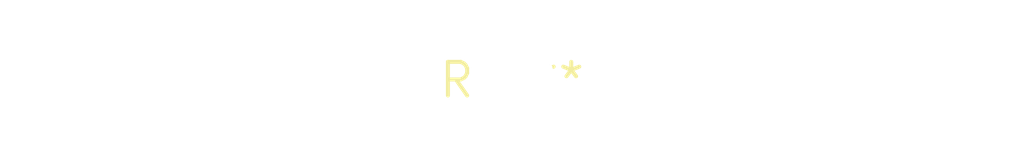
<source format=kicad_pcb>
(kicad_pcb (version 20240108) (generator pcbnew)
  (layers (0 "F.Cu" signal) (31 "B.Cu" signal) (34 "B.Paste" user) (35 "F.Paste" user) (36 "B.SilkS" user "B.Silkscreen") (37 "F.SilkS" user "F.Silkscreen") (38 "B.Mask" user) (39 "F.Mask" user) (44 "Edge.Cuts" user))
  (net 0 "")
  (footprint "MountingHole_3.2mm_M3_ISO14580_Pad" (layer "F.Cu") (at 0 0)
    (property "Reference" "REF**")
    (property "Value" "MountingHole_3.2mm_M3_ISO14580_Pad")
    (pad "1" thru_hole circle (at 0 0) (size 5.5 5.5) (drill 3.2) (layers *.Cu *.Mask) (remove_unused_layers))
  )
)
</source>
